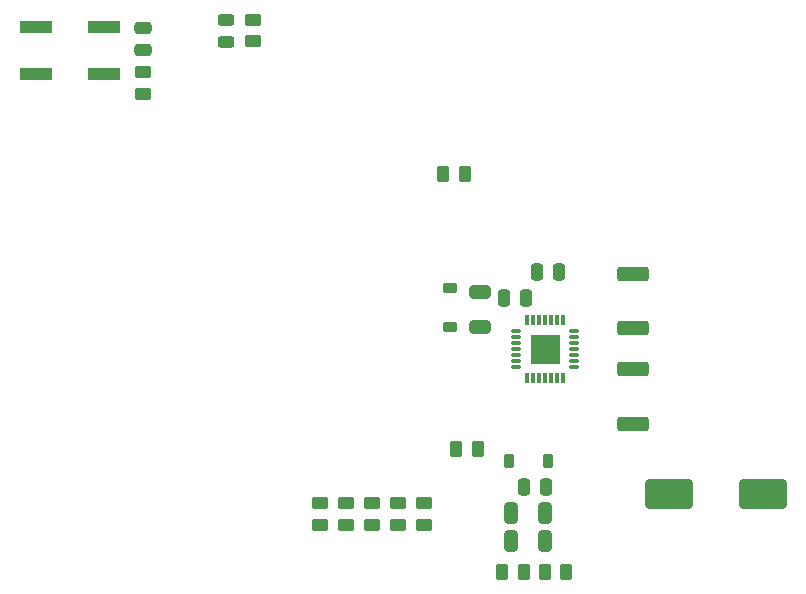
<source format=gbr>
%TF.GenerationSoftware,KiCad,Pcbnew,(7.0.0-0)*%
%TF.CreationDate,2023-03-13T18:12:38+01:00*%
%TF.ProjectId,tmc2209_devboard,746d6332-3230-4395-9f64-6576626f6172,rev?*%
%TF.SameCoordinates,Original*%
%TF.FileFunction,Paste,Top*%
%TF.FilePolarity,Positive*%
%FSLAX46Y46*%
G04 Gerber Fmt 4.6, Leading zero omitted, Abs format (unit mm)*
G04 Created by KiCad (PCBNEW (7.0.0-0)) date 2023-03-13 18:12:38*
%MOMM*%
%LPD*%
G01*
G04 APERTURE LIST*
G04 Aperture macros list*
%AMRoundRect*
0 Rectangle with rounded corners*
0 $1 Rounding radius*
0 $2 $3 $4 $5 $6 $7 $8 $9 X,Y pos of 4 corners*
0 Add a 4 corners polygon primitive as box body*
4,1,4,$2,$3,$4,$5,$6,$7,$8,$9,$2,$3,0*
0 Add four circle primitives for the rounded corners*
1,1,$1+$1,$2,$3*
1,1,$1+$1,$4,$5*
1,1,$1+$1,$6,$7*
1,1,$1+$1,$8,$9*
0 Add four rect primitives between the rounded corners*
20,1,$1+$1,$2,$3,$4,$5,0*
20,1,$1+$1,$4,$5,$6,$7,0*
20,1,$1+$1,$6,$7,$8,$9,0*
20,1,$1+$1,$8,$9,$2,$3,0*%
G04 Aperture macros list end*
%ADD10C,0.010000*%
%ADD11RoundRect,0.250000X0.450000X-0.262500X0.450000X0.262500X-0.450000X0.262500X-0.450000X-0.262500X0*%
%ADD12RoundRect,0.250000X-0.250000X-0.475000X0.250000X-0.475000X0.250000X0.475000X-0.250000X0.475000X0*%
%ADD13RoundRect,0.250000X0.262500X0.450000X-0.262500X0.450000X-0.262500X-0.450000X0.262500X-0.450000X0*%
%ADD14R,2.800000X1.000000*%
%ADD15RoundRect,0.250000X-1.750000X-1.000000X1.750000X-1.000000X1.750000X1.000000X-1.750000X1.000000X0*%
%ADD16RoundRect,0.225000X0.225000X0.375000X-0.225000X0.375000X-0.225000X-0.375000X0.225000X-0.375000X0*%
%ADD17RoundRect,0.250000X0.475000X-0.250000X0.475000X0.250000X-0.475000X0.250000X-0.475000X-0.250000X0*%
%ADD18RoundRect,0.250000X0.650000X-0.325000X0.650000X0.325000X-0.650000X0.325000X-0.650000X-0.325000X0*%
%ADD19RoundRect,0.250000X-0.262500X-0.450000X0.262500X-0.450000X0.262500X0.450000X-0.262500X0.450000X0*%
%ADD20RoundRect,0.250000X0.325000X0.650000X-0.325000X0.650000X-0.325000X-0.650000X0.325000X-0.650000X0*%
%ADD21RoundRect,0.250000X-1.075000X0.362500X-1.075000X-0.362500X1.075000X-0.362500X1.075000X0.362500X0*%
%ADD22RoundRect,0.008100X-0.126900X0.396900X-0.126900X-0.396900X0.126900X-0.396900X0.126900X0.396900X0*%
%ADD23RoundRect,0.027000X-0.378000X0.108000X-0.378000X-0.108000X0.378000X-0.108000X0.378000X0.108000X0*%
%ADD24RoundRect,0.250000X0.250000X0.475000X-0.250000X0.475000X-0.250000X-0.475000X0.250000X-0.475000X0*%
%ADD25RoundRect,0.243750X0.456250X-0.243750X0.456250X0.243750X-0.456250X0.243750X-0.456250X-0.243750X0*%
%ADD26RoundRect,0.225000X0.375000X-0.225000X0.375000X0.225000X-0.375000X0.225000X-0.375000X-0.225000X0*%
%ADD27RoundRect,0.250000X1.075000X-0.362500X1.075000X0.362500X-1.075000X0.362500X-1.075000X-0.362500X0*%
G04 APERTURE END LIST*
%TO.C,U1*%
G36*
X89502500Y-52920000D02*
G01*
X87162500Y-52920000D01*
X87162500Y-50580000D01*
X89502500Y-50580000D01*
X89502500Y-52920000D01*
G37*
D10*
X89502500Y-52920000D02*
X87162500Y-52920000D01*
X87162500Y-50580000D01*
X89502500Y-50580000D01*
X89502500Y-52920000D01*
%TD*%
D11*
%TO.C,R4*%
X63600000Y-25712500D03*
X63600000Y-23887500D03*
%TD*%
D12*
%TO.C,C1*%
X86525000Y-63400000D03*
X88425000Y-63400000D03*
%TD*%
D11*
%TO.C,R5*%
X69300000Y-66625000D03*
X69300000Y-64800000D03*
%TD*%
D13*
%TO.C,R1*%
X90112500Y-70600000D03*
X88287500Y-70600000D03*
%TD*%
D14*
%TO.C,SW1*%
X45199999Y-24499999D03*
X50999999Y-24499999D03*
X45199999Y-28499999D03*
X50999999Y-28499999D03*
%TD*%
D15*
%TO.C,C4*%
X98800000Y-64000000D03*
X106800000Y-64000000D03*
%TD*%
D11*
%TO.C,R9*%
X78100000Y-66625000D03*
X78100000Y-64800000D03*
%TD*%
D16*
%TO.C,D1*%
X88600000Y-61200000D03*
X85300000Y-61200000D03*
%TD*%
D13*
%TO.C,R13*%
X82612500Y-60200000D03*
X80787500Y-60200000D03*
%TD*%
D11*
%TO.C,R3*%
X54250000Y-30162500D03*
X54250000Y-28337500D03*
%TD*%
D17*
%TO.C,C5*%
X54250000Y-26450000D03*
X54250000Y-24550000D03*
%TD*%
D18*
%TO.C,C8*%
X82782500Y-49875000D03*
X82782500Y-46925000D03*
%TD*%
D19*
%TO.C,R10*%
X79687500Y-36900000D03*
X81512500Y-36900000D03*
%TD*%
D20*
%TO.C,C3*%
X88350000Y-68000000D03*
X85400000Y-68000000D03*
%TD*%
D21*
%TO.C,R12*%
X95800000Y-45375000D03*
X95800000Y-50000000D03*
%TD*%
D11*
%TO.C,R7*%
X73700000Y-66625000D03*
X73700000Y-64800000D03*
%TD*%
%TO.C,R6*%
X71500000Y-66625000D03*
X71500000Y-64800000D03*
%TD*%
D12*
%TO.C,C6*%
X87632500Y-45250000D03*
X89532500Y-45250000D03*
%TD*%
D22*
%TO.C,U1*%
X89832500Y-49300000D03*
X89332500Y-49300000D03*
X88832500Y-49300000D03*
X88332500Y-49300000D03*
X87832500Y-49300000D03*
X87332500Y-49300000D03*
X86832500Y-49300000D03*
D23*
X85882500Y-50250000D03*
X85882500Y-50750000D03*
X85882500Y-51250000D03*
X85882500Y-51750000D03*
X85882500Y-52250000D03*
X85882500Y-52750000D03*
X85882500Y-53250000D03*
D22*
X86832500Y-54200000D03*
X87332500Y-54200000D03*
X87832500Y-54200000D03*
X88332500Y-54200000D03*
X88832500Y-54200000D03*
X89332500Y-54200000D03*
X89832500Y-54200000D03*
D23*
X90782500Y-53250000D03*
X90782500Y-52750000D03*
X90782500Y-52250000D03*
X90782500Y-51750000D03*
X90782500Y-51250000D03*
X90782500Y-50750000D03*
X90782500Y-50250000D03*
%TD*%
D20*
%TO.C,C2*%
X88350000Y-65600000D03*
X85400000Y-65600000D03*
%TD*%
D24*
%TO.C,C7*%
X86750000Y-47400000D03*
X84850000Y-47400000D03*
%TD*%
D25*
%TO.C,D2*%
X61350000Y-25762500D03*
X61350000Y-23887500D03*
%TD*%
D11*
%TO.C,R8*%
X75900000Y-66625000D03*
X75900000Y-64800000D03*
%TD*%
D26*
%TO.C,D3*%
X80282500Y-49900000D03*
X80282500Y-46600000D03*
%TD*%
D13*
%TO.C,R2*%
X86537500Y-70600000D03*
X84712500Y-70600000D03*
%TD*%
D27*
%TO.C,R11*%
X95782500Y-58112500D03*
X95782500Y-53487500D03*
%TD*%
M02*

</source>
